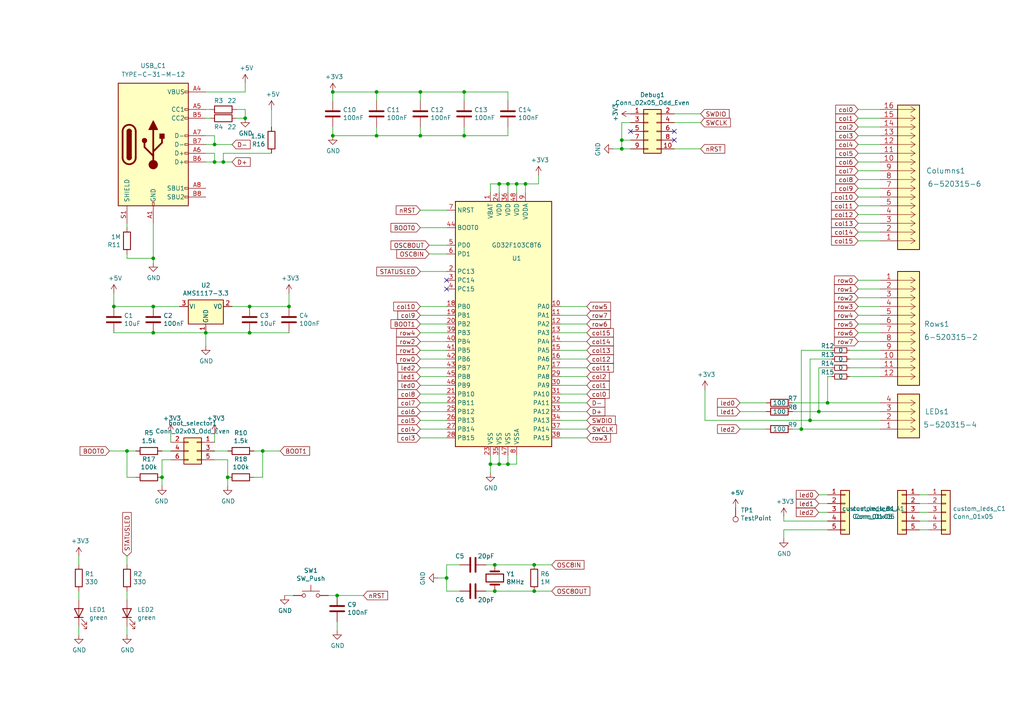
<source format=kicad_sch>
(kicad_sch (version 20211123) (generator eeschema)
  (paper "A4")
  (lib_symbols
    (symbol "Connector:TestPoint" (pin_numbers hide) (pin_names (offset 0.762) hide)
      (property "Reference" "TP" (at 0 6.858 0))
      (property "Value" "TestPoint" (at 0 5.08 0))
      (symbol "TestPoint_1_1"
        (pin passive line (at 0 0 90) (length 2.54) (name "1") (number "1"))
      )
    )
    (symbol "Connector:USB_C_Receptacle_USB2.0" (pin_names (offset 1.016))
      (property "Reference" "J" (at -10.16 19.05 0))
      (property "Value" "USB_C_Receptacle_USB2.0" (at 19.05 19.05 0))
      (symbol "USB_C_Receptacle_USB2.0_1_1"
        (pin passive line (at 0 -22.86 90) (length 5.08) (name "GND") (number "A1"))
        (pin passive line (at 0 -22.86 90) (length 5.08) hide (name "GND") (number "A12"))
        (pin passive line (at 15.24 15.24 180) (length 5.08) (name "VBUS") (number "A4"))
        (pin bidirectional line (at 15.24 10.16 180) (length 5.08) (name "CC1") (number "A5"))
        (pin bidirectional line (at 15.24 -2.54 180) (length 5.08) (name "D+") (number "A6"))
        (pin bidirectional line (at 15.24 2.54 180) (length 5.08) (name "D-") (number "A7"))
        (pin bidirectional line (at 15.24 -12.7 180) (length 5.08) (name "SBU1") (number "A8"))
        (pin passive line (at 15.24 15.24 180) (length 5.08) hide (name "VBUS") (number "A9"))
        (pin passive line (at 0 -22.86 90) (length 5.08) hide (name "GND") (number "B1"))
        (pin passive line (at 0 -22.86 90) (length 5.08) hide (name "GND") (number "B12"))
        (pin passive line (at 15.24 15.24 180) (length 5.08) hide (name "VBUS") (number "B4"))
        (pin bidirectional line (at 15.24 7.62 180) (length 5.08) (name "CC2") (number "B5"))
        (pin bidirectional line (at 15.24 -5.08 180) (length 5.08) (name "D+") (number "B6"))
        (pin bidirectional line (at 15.24 0 180) (length 5.08) (name "D-") (number "B7"))
        (pin bidirectional line (at 15.24 -15.24 180) (length 5.08) (name "SBU2") (number "B8"))
        (pin passive line (at 15.24 15.24 180) (length 5.08) hide (name "VBUS") (number "B9"))
        (pin passive line (at -7.62 -22.86 90) (length 5.08) (name "SHIELD") (number "S1"))
      )
    )
    (symbol "Connector_Generic:Conn_01x05" (pin_names (offset 1.016) hide)
      (property "Reference" "J" (at 0 7.62 0))
      (property "Value" "Conn_01x05" (at 0 -7.62 0))
      (symbol "Conn_01x05_1_1"
        (pin passive line (at -5.08 5.08 0) (length 3.81) (name "Pin_1") (number "1"))
        (pin passive line (at -5.08 2.54 0) (length 3.81) (name "Pin_2") (number "2"))
        (pin passive line (at -5.08 0 0) (length 3.81) (name "Pin_3") (number "3"))
        (pin passive line (at -5.08 -2.54 0) (length 3.81) (name "Pin_4") (number "4"))
        (pin passive line (at -5.08 -5.08 0) (length 3.81) (name "Pin_5") (number "5"))
      )
    )
    (symbol "Connector_Generic:Conn_02x03_Odd_Even" (pin_names (offset 1.016) hide)
      (property "Reference" "J" (at 1.27 5.08 0))
      (property "Value" "Conn_02x03_Odd_Even" (at 1.27 -5.08 0))
      (symbol "Conn_02x03_Odd_Even_1_1"
        (pin passive line (at -5.08 2.54 0) (length 3.81) (name "Pin_1") (number "1"))
        (pin passive line (at 7.62 2.54 180) (length 3.81) (name "Pin_2") (number "2"))
        (pin passive line (at -5.08 0 0) (length 3.81) (name "Pin_3") (number "3"))
        (pin passive line (at 7.62 0 180) (length 3.81) (name "Pin_4") (number "4"))
        (pin passive line (at -5.08 -2.54 0) (length 3.81) (name "Pin_5") (number "5"))
        (pin passive line (at 7.62 -2.54 180) (length 3.81) (name "Pin_6") (number "6"))
      )
    )
    (symbol "Connector_Generic:Conn_02x05_Odd_Even" (pin_names (offset 1.016) hide)
      (property "Reference" "J" (at 1.27 7.62 0))
      (property "Value" "Conn_02x05_Odd_Even" (at 1.27 -7.62 0))
      (symbol "Conn_02x05_Odd_Even_1_1"
        (pin passive line (at -5.08 5.08 0) (length 3.81) (name "Pin_1") (number "1"))
        (pin passive line (at 7.62 -5.08 180) (length 3.81) (name "Pin_10") (number "10"))
        (pin passive line (at 7.62 5.08 180) (length 3.81) (name "Pin_2") (number "2"))
        (pin passive line (at -5.08 2.54 0) (length 3.81) (name "Pin_3") (number "3"))
        (pin passive line (at 7.62 2.54 180) (length 3.81) (name "Pin_4") (number "4"))
        (pin passive line (at -5.08 0 0) (length 3.81) (name "Pin_5") (number "5"))
        (pin passive line (at 7.62 0 180) (length 3.81) (name "Pin_6") (number "6"))
        (pin passive line (at -5.08 -2.54 0) (length 3.81) (name "Pin_7") (number "7"))
        (pin passive line (at 7.62 -2.54 180) (length 3.81) (name "Pin_8") (number "8"))
        (pin passive line (at -5.08 -5.08 0) (length 3.81) (name "Pin_9") (number "9"))
      )
    )
    (symbol "Device:C" (pin_numbers hide) (pin_names (offset 0.254))
      (property "Reference" "C" (at 0.635 2.54 0))
      (property "Value" "C" (at 0.635 -2.54 0))
      (symbol "C_1_1"
        (pin passive line (at 0 3.81 270) (length 2.794) (name "~") (number "1"))
        (pin passive line (at 0 -3.81 90) (length 2.794) (name "~") (number "2"))
      )
    )
    (symbol "Device:Crystal" (pin_numbers hide) (pin_names (offset 1.016) hide)
      (property "Reference" "Y" (at 0 3.81 0))
      (property "Value" "Crystal" (at 0 -3.81 0))
      (symbol "Crystal_1_1"
        (pin passive line (at -3.81 0 0) (length 1.27) (name "1") (number "1"))
        (pin passive line (at 3.81 0 180) (length 1.27) (name "2") (number "2"))
      )
    )
    (symbol "Device:LED" (pin_numbers hide) (pin_names (offset 1.016) hide)
      (property "Reference" "D" (at 0 2.54 0))
      (property "Value" "LED" (at 0 -2.54 0))
      (symbol "LED_1_1"
        (pin passive line (at -3.81 0 0) (length 2.54) (name "K") (number "1"))
        (pin passive line (at 3.81 0 180) (length 2.54) (name "A") (number "2"))
      )
    )
    (symbol "Device:R" (pin_numbers hide) (pin_names (offset 0))
      (property "Reference" "R" (at 2.032 0 90))
      (property "Value" "R" (at 0 0 90))
      (symbol "R_1_1"
        (pin passive line (at 0 3.81 270) (length 1.27) (name "~") (number "1"))
        (pin passive line (at 0 -3.81 90) (length 1.27) (name "~") (number "2"))
      )
    )
    (symbol "Device:R_Small" (pin_numbers hide) (pin_names (offset 0.254) hide)
      (property "Reference" "R" (at 0.762 0.508 0))
      (property "Value" "R_Small" (at 0.762 -1.016 0))
      (symbol "R_Small_1_1"
        (pin passive line (at 0 2.54 270) (length 0.762) (name "~") (number "1"))
        (pin passive line (at 0 -2.54 90) (length 0.762) (name "~") (number "2"))
      )
    )
    (symbol "MCU_ST_STM32F1:STM32F103C8Tx"
      (property "Reference" "U" (at -15.24 36.83 0))
      (property "Value" "STM32F103C8Tx" (at 7.62 36.83 0))
      (symbol "STM32F103C8Tx_1_1"
        (pin power_in line (at -5.08 38.1 270) (length 2.54) (name "VBAT") (number "1"))
        (pin bidirectional line (at 15.24 5.08 180) (length 2.54) (name "PA0") (number "10"))
        (pin bidirectional line (at 15.24 2.54 180) (length 2.54) (name "PA1") (number "11"))
        (pin bidirectional line (at 15.24 0 180) (length 2.54) (name "PA2") (number "12"))
        (pin bidirectional line (at 15.24 -2.54 180) (length 2.54) (name "PA3") (number "13"))
        (pin bidirectional line (at 15.24 -5.08 180) (length 2.54) (name "PA4") (number "14"))
        (pin bidirectional line (at 15.24 -7.62 180) (length 2.54) (name "PA5") (number "15"))
        (pin bidirectional line (at 15.24 -10.16 180) (length 2.54) (name "PA6") (number "16"))
        (pin bidirectional line (at 15.24 -12.7 180) (length 2.54) (name "PA7") (number "17"))
        (pin bidirectional line (at -17.78 5.08 0) (length 2.54) (name "PB0") (number "18"))
        (pin bidirectional line (at -17.78 2.54 0) (length 2.54) (name "PB1") (number "19"))
        (pin bidirectional line (at -17.78 15.24 0) (length 2.54) (name "PC13") (number "2"))
        (pin bidirectional line (at -17.78 0 0) (length 2.54) (name "PB2") (number "20"))
        (pin bidirectional line (at -17.78 -20.32 0) (length 2.54) (name "PB10") (number "21"))
        (pin bidirectional line (at -17.78 -22.86 0) (length 2.54) (name "PB11") (number "22"))
        (pin power_in line (at -5.08 -38.1 90) (length 2.54) (name "VSS") (number "23"))
        (pin power_in line (at -2.54 38.1 270) (length 2.54) (name "VDD") (number "24"))
        (pin bidirectional line (at -17.78 -25.4 0) (length 2.54) (name "PB12") (number "25"))
        (pin bidirectional line (at -17.78 -27.94 0) (length 2.54) (name "PB13") (number "26"))
        (pin bidirectional line (at -17.78 -30.48 0) (length 2.54) (name "PB14") (number "27"))
        (pin bidirectional line (at -17.78 -33.02 0) (length 2.54) (name "PB15") (number "28"))
        (pin bidirectional line (at 15.24 -15.24 180) (length 2.54) (name "PA8") (number "29"))
        (pin bidirectional line (at -17.78 12.7 0) (length 2.54) (name "PC14") (number "3"))
        (pin bidirectional line (at 15.24 -17.78 180) (length 2.54) (name "PA9") (number "30"))
        (pin bidirectional line (at 15.24 -20.32 180) (length 2.54) (name "PA10") (number "31"))
        (pin bidirectional line (at 15.24 -22.86 180) (length 2.54) (name "PA11") (number "32"))
        (pin bidirectional line (at 15.24 -25.4 180) (length 2.54) (name "PA12") (number "33"))
        (pin bidirectional line (at 15.24 -27.94 180) (length 2.54) (name "PA13") (number "34"))
        (pin power_in line (at -2.54 -38.1 90) (length 2.54) (name "VSS") (number "35"))
        (pin power_in line (at 0 38.1 270) (length 2.54) (name "VDD") (number "36"))
        (pin bidirectional line (at 15.24 -30.48 180) (length 2.54) (name "PA14") (number "37"))
        (pin bidirectional line (at 15.24 -33.02 180) (length 2.54) (name "PA15") (number "38"))
        (pin bidirectional line (at -17.78 -2.54 0) (length 2.54) (name "PB3") (number "39"))
        (pin bidirectional line (at -17.78 10.16 0) (length 2.54) (name "PC15") (number "4"))
        (pin bidirectional line (at -17.78 -5.08 0) (length 2.54) (name "PB4") (number "40"))
        (pin bidirectional line (at -17.78 -7.62 0) (length 2.54) (name "PB5") (number "41"))
        (pin bidirectional line (at -17.78 -10.16 0) (length 2.54) (name "PB6") (number "42"))
        (pin bidirectional line (at -17.78 -12.7 0) (length 2.54) (name "PB7") (number "43"))
        (pin input line (at -17.78 27.94 0) (length 2.54) (name "BOOT0") (number "44"))
        (pin bidirectional line (at -17.78 -15.24 0) (length 2.54) (name "PB8") (number "45"))
        (pin bidirectional line (at -17.78 -17.78 0) (length 2.54) (name "PB9") (number "46"))
        (pin power_in line (at 0 -38.1 90) (length 2.54) (name "VSS") (number "47"))
        (pin power_in line (at 2.54 38.1 270) (length 2.54) (name "VDD") (number "48"))
        (pin input line (at -17.78 22.86 0) (length 2.54) (name "PD0") (number "5"))
        (pin input line (at -17.78 20.32 0) (length 2.54) (name "PD1") (number "6"))
        (pin input line (at -17.78 33.02 0) (length 2.54) (name "NRST") (number "7"))
        (pin power_in line (at 2.54 -38.1 90) (length 2.54) (name "VSSA") (number "8"))
        (pin power_in line (at 5.08 38.1 270) (length 2.54) (name "VDDA") (number "9"))
      )
    )
    (symbol "Regulator_Linear:AMS1117-3.3" (pin_names (offset 0.254))
      (property "Reference" "U" (at -3.81 3.175 0))
      (property "Value" "AMS1117-3.3" (at 0 3.175 0))
      (symbol "AMS1117-3.3_1_1"
        (pin power_in line (at 0 -7.62 90) (length 2.54) (name "GND") (number "1"))
        (pin power_out line (at 7.62 0 180) (length 2.54) (name "VO") (number "2"))
        (pin power_in line (at -7.62 0 0) (length 2.54) (name "VI") (number "3"))
      )
    )
    (symbol "Switch:SW_Push" (pin_numbers hide) (pin_names (offset 1.016) hide)
      (property "Reference" "SW" (at 1.27 2.54 0))
      (property "Value" "SW_Push" (at 0 -1.524 0))
      (symbol "SW_Push_0_1"
        (pin passive line (at -5.08 0 0) (length 2.54) (name "1") (number "1"))
        (pin passive line (at 5.08 0 180) (length 2.54) (name "2") (number "2"))
      )
    )
    (symbol "TE-5-520315-4:5-520315-4" (pin_names (offset 0.254) hide)
      (property "Reference" "J" (at 8.89 6.35 0))
      (property "Value" "5-520315-4" (at 8.89 -12.7 0))
      (symbol "5-520315-4_1_1"
        (pin unspecified line (at 0 0 0) (length 5.08) (name "1") (number "1"))
        (pin unspecified line (at 0 -2.54 0) (length 5.08) (name "2") (number "2"))
        (pin unspecified line (at 0 -5.08 0) (length 5.08) (name "3") (number "3"))
        (pin unspecified line (at 0 -7.62 0) (length 5.08) (name "4") (number "4"))
      )
    )
    (symbol "TE-6-520315-2:6-520315-2" (pin_names (offset 0.254) hide)
      (property "Reference" "J" (at 7.62 6.35 0))
      (property "Value" "6-520315-2" (at 8.89 -33.02 0))
      (symbol "6-520315-2_1_1"
        (pin unspecified line (at 0 0 0) (length 5.08) (name "1") (number "1"))
        (pin unspecified line (at 0 -22.86 0) (length 5.08) (name "10") (number "10"))
        (pin unspecified line (at 0 -25.4 0) (length 5.08) (name "11") (number "11"))
        (pin unspecified line (at 0 -27.94 0) (length 5.08) (name "12") (number "12"))
        (pin unspecified line (at 0 -2.54 0) (length 5.08) (name "2") (number "2"))
        (pin unspecified line (at 0 -5.08 0) (length 5.08) (name "3") (number "3"))
        (pin unspecified line (at 0 -7.62 0) (length 5.08) (name "4") (number "4"))
        (pin unspecified line (at 0 -10.16 0) (length 5.08) (name "5") (number "5"))
        (pin unspecified line (at 0 -12.7 0) (length 5.08) (name "6") (number "6"))
        (pin unspecified line (at 0 -15.24 0) (length 5.08) (name "7") (number "7"))
        (pin unspecified line (at 0 -17.78 0) (length 5.08) (name "8") (number "8"))
        (pin unspecified line (at 0 -20.32 0) (length 5.08) (name "9") (number "9"))
      )
    )
    (symbol "TE-6-520315-6:6-520315-6" (pin_names (offset 0.254) hide)
      (property "Reference" "J" (at 7.62 6.35 0))
      (property "Value" "6-520315-6" (at 8.89 -43.18 0))
      (symbol "6-520315-6_1_1"
        (pin unspecified line (at 0 0 0) (length 5.08) (name "1") (number "1"))
        (pin unspecified line (at 0 -22.86 0) (length 5.08) (name "10") (number "10"))
        (pin unspecified line (at 0 -25.4 0) (length 5.08) (name "11") (number "11"))
        (pin unspecified line (at 0 -27.94 0) (length 5.08) (name "12") (number "12"))
        (pin unspecified line (at 0 -30.48 0) (length 5.08) (name "13") (number "13"))
        (pin unspecified line (at 0 -33.02 0) (length 5.08) (name "14") (number "14"))
        (pin unspecified line (at 0 -35.56 0) (length 5.08) (name "15") (number "15"))
        (pin unspecified line (at 0 -38.1 0) (length 5.08) (name "16") (number "16"))
        (pin unspecified line (at 0 -2.54 0) (length 5.08) (name "2") (number "2"))
        (pin unspecified line (at 0 -5.08 0) (length 5.08) (name "3") (number "3"))
        (pin unspecified line (at 0 -7.62 0) (length 5.08) (name "4") (number "4"))
        (pin unspecified line (at 0 -10.16 0) (length 5.08) (name "5") (number "5"))
        (pin unspecified line (at 0 -12.7 0) (length 5.08) (name "6") (number "6"))
        (pin unspecified line (at 0 -15.24 0) (length 5.08) (name "7") (number "7"))
        (pin unspecified line (at 0 -17.78 0) (length 5.08) (name "8") (number "8"))
        (pin unspecified line (at 0 -20.32 0) (length 5.08) (name "9") (number "9"))
      )
    )
    (symbol "power:+3.3V" (power) (pin_names (offset 0))
      (property "Value" "+3.3V" (at 0 3.556 0))
      (symbol "+3.3V_1_1"
        (pin power_in line (at 0 0 90) (length 0) hide (name "+3V3") (number "1"))
      )
    )
    (symbol "power:+5V" (power) (pin_names (offset 0))
      (property "Value" "+5V" (at 0 3.556 0))
      (symbol "+5V_1_1"
        (pin power_in line (at 0 0 90) (length 0) hide (name "+5V") (number "1"))
      )
    )
    (symbol "power:GND" (power) (pin_names (offset 0))
      (property "Value" "GND" (at 0 -3.81 0))
      (symbol "GND_1_1"
        (pin power_in line (at 0 0 270) (length 0) hide (name "GND") (number "1"))
      )
    )
  )
  (junction (at 240.03 116.84))
  (junction (at 232.41 124.46))
  (junction (at 44.45 74.93))
  (junction (at 109.22 26.67))
  (junction (at 62.23 46.99))
  (junction (at 142.24 134.62))
  (junction (at 144.78 53.34))
  (junction (at 44.45 96.52))
  (junction (at 96.52 26.67))
  (junction (at 72.39 88.9))
  (junction (at 134.62 39.37))
  (junction (at 237.49 119.38))
  (junction (at 83.82 88.9))
  (junction (at 46.99 138.43))
  (junction (at 62.23 41.91))
  (junction (at 129.54 167.64))
  (junction (at 59.69 96.52))
  (junction (at 147.32 53.34))
  (junction (at 180.34 40.64))
  (junction (at 72.39 96.52))
  (junction (at 44.45 88.9))
  (junction (at 143.51 171.45))
  (junction (at 121.92 39.37))
  (junction (at 64.77 46.99))
  (junction (at 180.34 43.18))
  (junction (at 71.12 34.29))
  (junction (at 149.86 53.34))
  (junction (at 152.4 53.34))
  (junction (at 147.32 134.62))
  (junction (at 36.83 130.81))
  (junction (at 154.94 171.45))
  (junction (at 121.92 26.67))
  (junction (at 234.95 121.92))
  (junction (at 76.2 130.81))
  (junction (at 109.22 39.37))
  (junction (at 96.52 39.37))
  (junction (at 154.94 163.83))
  (junction (at 33.02 88.9))
  (junction (at 143.51 163.83))
  (junction (at 66.04 138.43))
  (junction (at 134.62 26.67))
  (junction (at 97.79 172.72))
  (junction (at 144.78 134.62))
  (no_connect (at 195.58 40.64))
  (no_connect (at 182.88 38.1))
  (no_connect (at 195.58 38.1))
  (no_connect (at 129.54 83.82))
  (no_connect (at 129.54 81.28))
  (wire (pts (xy 227.33 151.13) (xy 240.03 151.13)))
  (wire (pts (xy 255.27 31.75) (xy 248.92 31.75)))
  (wire (pts (xy 52.07 88.9) (xy 44.45 88.9)))
  (wire (pts (xy 144.78 132.08) (xy 144.78 134.62)))
  (wire (pts (xy 246.38 109.22) (xy 255.27 109.22)))
  (wire (pts (xy 241.3 101.6) (xy 232.41 101.6)))
  (wire (pts (xy 240.03 109.22) (xy 240.03 116.84)))
  (wire (pts (xy 182.88 43.18) (xy 180.34 43.18)))
  (wire (pts (xy 195.58 33.02) (xy 203.2 33.02)))
  (wire (pts (xy 36.83 138.43) (xy 36.83 130.81)))
  (wire (pts (xy 71.12 26.67) (xy 71.12 24.13)))
  (wire (pts (xy 96.52 26.67) (xy 96.52 29.21)))
  (wire (pts (xy 248.92 39.37) (xy 255.27 39.37)))
  (wire (pts (xy 22.86 173.99) (xy 22.86 171.45)))
  (wire (pts (xy 170.18 124.46) (xy 162.56 124.46)))
  (wire (pts (xy 147.32 134.62) (xy 144.78 134.62)))
  (wire (pts (xy 49.53 128.27) (xy 49.53 125.73)))
  (wire (pts (xy 129.54 171.45) (xy 133.35 171.45)))
  (wire (pts (xy 246.38 106.68) (xy 255.27 106.68)))
  (wire (pts (xy 46.99 133.35) (xy 49.53 133.35)))
  (wire (pts (xy 248.92 81.28) (xy 255.27 81.28)))
  (wire (pts (xy 22.86 184.15) (xy 22.86 181.61)))
  (wire (pts (xy 64.77 46.99) (xy 67.31 46.99)))
  (wire (pts (xy 67.31 88.9) (xy 72.39 88.9)))
  (wire (pts (xy 160.02 163.83) (xy 154.94 163.83)))
  (wire (pts (xy 144.78 134.62) (xy 142.24 134.62)))
  (wire (pts (xy 96.52 39.37) (xy 96.52 36.83)))
  (wire (pts (xy 170.18 91.44) (xy 162.56 91.44)))
  (wire (pts (xy 121.92 116.84) (xy 129.54 116.84)))
  (wire (pts (xy 68.58 34.29) (xy 71.12 34.29)))
  (wire (pts (xy 170.18 111.76) (xy 162.56 111.76)))
  (wire (pts (xy 121.92 36.83) (xy 121.92 39.37)))
  (wire (pts (xy 229.87 124.46) (xy 232.41 124.46)))
  (wire (pts (xy 109.22 26.67) (xy 96.52 26.67)))
  (wire (pts (xy 46.99 138.43) (xy 46.99 133.35)))
  (wire (pts (xy 36.83 184.15) (xy 36.83 181.61)))
  (wire (pts (xy 248.92 69.85) (xy 255.27 69.85)))
  (wire (pts (xy 68.58 31.75) (xy 71.12 31.75)))
  (wire (pts (xy 182.88 35.56) (xy 180.34 35.56)))
  (wire (pts (xy 156.21 53.34) (xy 156.21 50.8)))
  (wire (pts (xy 214.63 116.84) (xy 222.25 116.84)))
  (wire (pts (xy 269.24 151.13) (xy 266.7 151.13)))
  (wire (pts (xy 144.78 55.88) (xy 144.78 53.34)))
  (wire (pts (xy 62.23 39.37) (xy 59.69 39.37)))
  (wire (pts (xy 127 167.64) (xy 129.54 167.64)))
  (wire (pts (xy 124.46 73.66) (xy 129.54 73.66)))
  (wire (pts (xy 142.24 134.62) (xy 142.24 137.16)))
  (wire (pts (xy 147.32 26.67) (xy 134.62 26.67)))
  (wire (pts (xy 59.69 26.67) (xy 71.12 26.67)))
  (wire (pts (xy 64.77 44.45) (xy 64.77 46.99)))
  (wire (pts (xy 72.39 88.9) (xy 83.82 88.9)))
  (wire (pts (xy 160.02 171.45) (xy 154.94 171.45)))
  (wire (pts (xy 62.23 44.45) (xy 62.23 46.99)))
  (wire (pts (xy 83.82 96.52) (xy 72.39 96.52)))
  (wire (pts (xy 129.54 60.96) (xy 121.92 60.96)))
  (wire (pts (xy 134.62 36.83) (xy 134.62 39.37)))
  (wire (pts (xy 129.54 66.04) (xy 121.92 66.04)))
  (wire (pts (xy 248.92 88.9) (xy 255.27 88.9)))
  (wire (pts (xy 85.09 172.72) (xy 82.55 172.72)))
  (wire (pts (xy 154.94 163.83) (xy 143.51 163.83)))
  (wire (pts (xy 248.92 44.45) (xy 255.27 44.45)))
  (wire (pts (xy 180.34 43.18) (xy 177.8 43.18)))
  (wire (pts (xy 229.87 116.84) (xy 240.03 116.84)))
  (wire (pts (xy 59.69 100.33) (xy 59.69 96.52)))
  (wire (pts (xy 204.47 121.92) (xy 234.95 121.92)))
  (wire (pts (xy 162.56 121.92) (xy 170.18 121.92)))
  (wire (pts (xy 62.23 133.35) (xy 66.04 133.35)))
  (wire (pts (xy 36.83 163.83) (xy 36.83 161.29)))
  (wire (pts (xy 222.25 119.38) (xy 214.63 119.38)))
  (wire (pts (xy 124.46 71.12) (xy 129.54 71.12)))
  (wire (pts (xy 232.41 124.46) (xy 255.27 124.46)))
  (wire (pts (xy 152.4 55.88) (xy 152.4 53.34)))
  (wire (pts (xy 44.45 74.93) (xy 44.45 76.2)))
  (wire (pts (xy 152.4 53.34) (xy 156.21 53.34)))
  (wire (pts (xy 36.83 73.66) (xy 36.83 74.93)))
  (wire (pts (xy 97.79 172.72) (xy 95.25 172.72)))
  (wire (pts (xy 246.38 104.14) (xy 255.27 104.14)))
  (wire (pts (xy 140.97 163.83) (xy 143.51 163.83)))
  (wire (pts (xy 269.24 143.51) (xy 266.7 143.51)))
  (wire (pts (xy 129.54 124.46) (xy 121.92 124.46)))
  (wire (pts (xy 59.69 31.75) (xy 60.96 31.75)))
  (wire (pts (xy 121.92 101.6) (xy 129.54 101.6)))
  (wire (pts (xy 266.7 148.59) (xy 269.24 148.59)))
  (wire (pts (xy 62.23 41.91) (xy 67.31 41.91)))
  (wire (pts (xy 129.54 104.14) (xy 121.92 104.14)))
  (wire (pts (xy 134.62 39.37) (xy 121.92 39.37)))
  (wire (pts (xy 227.33 153.67) (xy 240.03 153.67)))
  (wire (pts (xy 129.54 109.22) (xy 121.92 109.22)))
  (wire (pts (xy 241.3 104.14) (xy 234.95 104.14)))
  (wire (pts (xy 97.79 182.88) (xy 97.79 180.34)))
  (wire (pts (xy 36.83 74.93) (xy 44.45 74.93)))
  (wire (pts (xy 170.18 101.6) (xy 162.56 101.6)))
  (wire (pts (xy 22.86 163.83) (xy 22.86 161.29)))
  (wire (pts (xy 62.23 130.81) (xy 66.04 130.81)))
  (wire (pts (xy 234.95 121.92) (xy 255.27 121.92)))
  (wire (pts (xy 154.94 171.45) (xy 143.51 171.45)))
  (wire (pts (xy 240.03 146.05) (xy 237.49 146.05)))
  (wire (pts (xy 182.88 40.64) (xy 180.34 40.64)))
  (wire (pts (xy 129.54 167.64) (xy 129.54 171.45)))
  (wire (pts (xy 59.69 44.45) (xy 62.23 44.45)))
  (wire (pts (xy 170.18 116.84) (xy 162.56 116.84)))
  (wire (pts (xy 255.27 52.07) (xy 248.92 52.07)))
  (wire (pts (xy 129.54 96.52) (xy 121.92 96.52)))
  (wire (pts (xy 147.32 53.34) (xy 149.86 53.34)))
  (wire (pts (xy 248.92 91.44) (xy 255.27 91.44)))
  (wire (pts (xy 71.12 31.75) (xy 71.12 34.29)))
  (wire (pts (xy 121.92 91.44) (xy 129.54 91.44)))
  (wire (pts (xy 66.04 140.97) (xy 66.04 138.43)))
  (wire (pts (xy 121.92 39.37) (xy 109.22 39.37)))
  (wire (pts (xy 39.37 138.43) (xy 36.83 138.43)))
  (wire (pts (xy 129.54 99.06) (xy 121.92 99.06)))
  (wire (pts (xy 121.92 106.68) (xy 129.54 106.68)))
  (wire (pts (xy 66.04 133.35) (xy 66.04 138.43)))
  (wire (pts (xy 59.69 96.52) (xy 72.39 96.52)))
  (wire (pts (xy 39.37 130.81) (xy 36.83 130.81)))
  (wire (pts (xy 214.63 124.46) (xy 222.25 124.46)))
  (wire (pts (xy 129.54 114.3) (xy 121.92 114.3)))
  (wire (pts (xy 147.32 39.37) (xy 134.62 39.37)))
  (wire (pts (xy 121.92 121.92) (xy 129.54 121.92)))
  (wire (pts (xy 59.69 41.91) (xy 62.23 41.91)))
  (wire (pts (xy 227.33 151.13) (xy 227.33 149.86)))
  (wire (pts (xy 109.22 36.83) (xy 109.22 39.37)))
  (wire (pts (xy 255.27 57.15) (xy 248.92 57.15)))
  (wire (pts (xy 234.95 104.14) (xy 234.95 121.92)))
  (wire (pts (xy 248.92 86.36) (xy 255.27 86.36)))
  (wire (pts (xy 170.18 88.9) (xy 162.56 88.9)))
  (wire (pts (xy 133.35 163.83) (xy 129.54 163.83)))
  (wire (pts (xy 248.92 34.29) (xy 255.27 34.29)))
  (wire (pts (xy 62.23 39.37) (xy 62.23 41.91)))
  (wire (pts (xy 149.86 132.08) (xy 149.86 134.62)))
  (wire (pts (xy 180.34 35.56) (xy 180.34 40.64)))
  (wire (pts (xy 241.3 109.22) (xy 240.03 109.22)))
  (wire (pts (xy 142.24 53.34) (xy 144.78 53.34)))
  (wire (pts (xy 144.78 53.34) (xy 147.32 53.34)))
  (wire (pts (xy 195.58 43.18) (xy 203.2 43.18)))
  (wire (pts (xy 246.38 101.6) (xy 255.27 101.6)))
  (wire (pts (xy 121.92 127) (xy 129.54 127)))
  (wire (pts (xy 241.3 106.68) (xy 237.49 106.68)))
  (wire (pts (xy 36.83 64.77) (xy 36.83 66.04)))
  (wire (pts (xy 59.69 96.52) (xy 44.45 96.52)))
  (wire (pts (xy 142.24 132.08) (xy 142.24 134.62)))
  (wire (pts (xy 248.92 93.98) (xy 255.27 93.98)))
  (wire (pts (xy 109.22 39.37) (xy 96.52 39.37)))
  (wire (pts (xy 240.03 143.51) (xy 237.49 143.51)))
  (wire (pts (xy 36.83 173.99) (xy 36.83 171.45)))
  (wire (pts (xy 129.54 119.38) (xy 121.92 119.38)))
  (wire (pts (xy 129.54 88.9) (xy 121.92 88.9)))
  (wire (pts (xy 204.47 113.03) (xy 204.47 121.92)))
  (wire (pts (xy 237.49 148.59) (xy 240.03 148.59)))
  (wire (pts (xy 78.74 31.75) (xy 78.74 36.83)))
  (wire (pts (xy 248.92 49.53) (xy 255.27 49.53)))
  (wire (pts (xy 203.2 35.56) (xy 195.58 35.56)))
  (wire (pts (xy 147.32 132.08) (xy 147.32 134.62)))
  (wire (pts (xy 73.66 130.81) (xy 76.2 130.81)))
  (wire (pts (xy 149.86 55.88) (xy 149.86 53.34)))
  (wire (pts (xy 162.56 93.98) (xy 170.18 93.98)))
  (wire (pts (xy 44.45 96.52) (xy 33.02 96.52)))
  (wire (pts (xy 162.56 109.22) (xy 170.18 109.22)))
  (wire (pts (xy 232.41 101.6) (xy 232.41 124.46)))
  (wire (pts (xy 147.32 36.83) (xy 147.32 39.37)))
  (wire (pts (xy 129.54 78.74) (xy 121.92 78.74)))
  (wire (pts (xy 237.49 119.38) (xy 255.27 119.38)))
  (wire (pts (xy 170.18 96.52) (xy 162.56 96.52)))
  (wire (pts (xy 109.22 26.67) (xy 109.22 29.21)))
  (wire (pts (xy 229.87 119.38) (xy 237.49 119.38)))
  (wire (pts (xy 170.18 127) (xy 162.56 127)))
  (wire (pts (xy 59.69 34.29) (xy 60.96 34.29)))
  (wire (pts (xy 248.92 54.61) (xy 255.27 54.61)))
  (wire (pts (xy 162.56 119.38) (xy 170.18 119.38)))
  (wire (pts (xy 255.27 46.99) (xy 248.92 46.99)))
  (wire (pts (xy 105.41 172.72) (xy 97.79 172.72)))
  (wire (pts (xy 255.27 36.83) (xy 248.92 36.83)))
  (wire (pts (xy 240.03 116.84) (xy 255.27 116.84)))
  (wire (pts (xy 227.33 153.67) (xy 227.33 156.21)))
  (wire (pts (xy 36.83 130.81) (xy 31.75 130.81)))
  (wire (pts (xy 134.62 26.67) (xy 121.92 26.67)))
  (wire (pts (xy 33.02 88.9) (xy 44.45 88.9)))
  (wire (pts (xy 149.86 53.34) (xy 152.4 53.34)))
  (wire (pts (xy 237.49 106.68) (xy 237.49 119.38)))
  (wire (pts (xy 162.56 114.3) (xy 170.18 114.3)))
  (wire (pts (xy 170.18 106.68) (xy 162.56 106.68)))
  (wire (pts (xy 269.24 153.67) (xy 266.7 153.67)))
  (wire (pts (xy 33.02 88.9) (xy 33.02 85.09)))
  (wire (pts (xy 142.24 55.88) (xy 142.24 53.34)))
  (wire (pts (xy 83.82 88.9) (xy 83.82 85.09)))
  (wire (pts (xy 134.62 29.21) (xy 134.62 26.67)))
  (wire (pts (xy 180.34 40.64) (xy 180.34 43.18)))
  (wire (pts (xy 248.92 64.77) (xy 255.27 64.77)))
  (wire (pts (xy 121.92 29.21) (xy 121.92 26.67)))
  (wire (pts (xy 62.23 46.99) (xy 59.69 46.99)))
  (wire (pts (xy 121.92 26.67) (xy 109.22 26.67)))
  (wire (pts (xy 248.92 96.52) (xy 255.27 96.52)))
  (wire (pts (xy 162.56 99.06) (xy 170.18 99.06)))
  (wire (pts (xy 129.54 163.83) (xy 129.54 167.64)))
  (wire (pts (xy 248.92 99.06) (xy 255.27 99.06)))
  (wire (pts (xy 248.92 83.82) (xy 255.27 83.82)))
  (wire (pts (xy 149.86 134.62) (xy 147.32 134.62)))
  (wire (pts (xy 129.54 93.98) (xy 121.92 93.98)))
  (wire (pts (xy 62.23 128.27) (xy 62.23 125.73)))
  (wire (pts (xy 44.45 64.77) (xy 44.45 74.93)))
  (wire (pts (xy 269.24 146.05) (xy 266.7 146.05)))
  (wire (pts (xy 62.23 46.99) (xy 64.77 46.99)))
  (wire (pts (xy 78.74 44.45) (xy 64.77 44.45)))
  (wire (pts (xy 255.27 41.91) (xy 248.92 41.91)))
  (wire (pts (xy 162.56 104.14) (xy 170.18 104.14)))
  (wire (pts (xy 73.66 138.43) (xy 76.2 138.43)))
  (wire (pts (xy 76.2 130.81) (xy 81.28 130.81)))
  (wire (pts (xy 121.92 111.76) (xy 129.54 111.76)))
  (wire (pts (xy 147.32 55.88) (xy 147.32 53.34)))
  (wire (pts (xy 255.27 62.23) (xy 248.92 62.23)))
  (wire (pts (xy 248.92 59.69) (xy 255.27 59.69)))
  (wire (pts (xy 140.97 171.45) (xy 143.51 171.45)))
  (wire (pts (xy 76.2 138.43) (xy 76.2 130.81)))
  (wire (pts (xy 49.53 130.81) (xy 46.99 130.81)))
  (wire (pts (xy 46.99 140.97) (xy 46.99 138.43)))
  (wire (pts (xy 255.27 67.31) (xy 248.92 67.31)))
  (wire (pts (xy 147.32 29.21) (xy 147.32 26.67)))
  (global_label "col9" (shape input) (at 248.92 54.61 180) (property "Intersheet References" "${INTERSHEET_REFS}" (effects hide)))
  (global_label "col4" (shape input) (at 121.92 124.46 180) (property "Intersheet References" "${INTERSHEET_REFS}" (effects hide)))
  (global_label "nRST" (shape input) (at 105.41 172.72 0) (property "Intersheet References" "${INTERSHEET_REFS}" (effects hide)))
  (global_label "D+" (shape input) (at 170.18 119.38 0) (property "Intersheet References" "${INTERSHEET_REFS}" (effects hide)))
  (global_label "row6" (shape input) (at 170.18 93.98 0) (property "Intersheet References" "${INTERSHEET_REFS}" (effects hide)))
  (global_label "OSC8IN" (shape input) (at 160.02 163.83 0) (property "Intersheet References" "${INTERSHEET_REFS}" (effects hide)))
  (global_label "led0" (shape input) (at 214.63 116.84 180) (property "Intersheet References" "${INTERSHEET_REFS}" (effects hide)))
  (global_label "col9" (shape input) (at 121.92 91.44 180) (property "Intersheet References" "${INTERSHEET_REFS}" (effects hide)))
  (global_label "row4" (shape input) (at 248.92 91.44 180) (property "Intersheet References" "${INTERSHEET_REFS}" (effects hide)))
  (global_label "col3" (shape input) (at 121.92 127 180) (property "Intersheet References" "${INTERSHEET_REFS}" (effects hide)))
  (global_label "col14" (shape input) (at 248.92 67.31 180) (property "Intersheet References" "${INTERSHEET_REFS}" (effects hide)))
  (global_label "col3" (shape input) (at 248.92 39.37 180) (property "Intersheet References" "${INTERSHEET_REFS}" (effects hide)))
  (global_label "led2" (shape input) (at 121.92 106.68 180) (property "Intersheet References" "${INTERSHEET_REFS}" (effects hide)))
  (global_label "col10" (shape input) (at 248.92 57.15 180) (property "Intersheet References" "${INTERSHEET_REFS}" (effects hide)))
  (global_label "col8" (shape input) (at 248.92 52.07 180) (property "Intersheet References" "${INTERSHEET_REFS}" (effects hide)))
  (global_label "col6" (shape input) (at 121.92 119.38 180) (property "Intersheet References" "${INTERSHEET_REFS}" (effects hide)))
  (global_label "col15" (shape input) (at 170.18 96.52 0) (property "Intersheet References" "${INTERSHEET_REFS}" (effects hide)))
  (global_label "OSC8OUT" (shape input) (at 124.46 71.12 180) (property "Intersheet References" "${INTERSHEET_REFS}" (effects hide)))
  (global_label "col2" (shape input) (at 248.92 36.83 180) (property "Intersheet References" "${INTERSHEET_REFS}" (effects hide)))
  (global_label "col10" (shape input) (at 121.92 88.9 180) (property "Intersheet References" "${INTERSHEET_REFS}" (effects hide)))
  (global_label "col12" (shape input) (at 248.92 62.23 180) (property "Intersheet References" "${INTERSHEET_REFS}" (effects hide)))
  (global_label "row1" (shape input) (at 121.92 101.6 180) (property "Intersheet References" "${INTERSHEET_REFS}" (effects hide)))
  (global_label "row0" (shape input) (at 121.92 104.14 180) (property "Intersheet References" "${INTERSHEET_REFS}" (effects hide)))
  (global_label "D+" (shape input) (at 67.31 46.99 0) (property "Intersheet References" "${INTERSHEET_REFS}" (effects hide)))
  (global_label "BOOT0" (shape input) (at 121.92 66.04 180) (property "Intersheet References" "${INTERSHEET_REFS}" (effects hide)))
  (global_label "BOOT0" (shape input) (at 31.75 130.81 180) (property "Intersheet References" "${INTERSHEET_REFS}" (effects hide)))
  (global_label "row4" (shape input) (at 121.92 96.52 180) (property "Intersheet References" "${INTERSHEET_REFS}" (effects hide)))
  (global_label "col11" (shape input) (at 248.92 59.69 180) (property "Intersheet References" "${INTERSHEET_REFS}" (effects hide)))
  (global_label "nRST" (shape input) (at 203.2 43.18 0) (property "Intersheet References" "${INTERSHEET_REFS}" (effects hide)))
  (global_label "col8" (shape input) (at 121.92 114.3 180) (property "Intersheet References" "${INTERSHEET_REFS}" (effects hide)))
  (global_label "led2" (shape input) (at 237.49 148.59 180) (property "Intersheet References" "${INTERSHEET_REFS}" (effects hide)))
  (global_label "col7" (shape input) (at 121.92 116.84 180) (property "Intersheet References" "${INTERSHEET_REFS}" (effects hide)))
  (global_label "BOOT1" (shape input) (at 81.28 130.81 0) (property "Intersheet References" "${INTERSHEET_REFS}" (effects hide)))
  (global_label "led1" (shape input) (at 237.49 146.05 180) (property "Intersheet References" "${INTERSHEET_REFS}" (effects hide)))
  (global_label "D-" (shape input) (at 170.18 116.84 0) (property "Intersheet References" "${INTERSHEET_REFS}" (effects hide)))
  (global_label "col2" (shape input) (at 170.18 109.22 0) (property "Intersheet References" "${INTERSHEET_REFS}" (effects hide)))
  (global_label "col11" (shape input) (at 170.18 106.68 0) (property "Intersheet References" "${INTERSHEET_REFS}" (effects hide)))
  (global_label "led1" (shape input) (at 214.63 119.38 180) (property "Intersheet References" "${INTERSHEET_REFS}" (effects hide)))
  (global_label "OSC8IN" (shape input) (at 124.46 73.66 180) (property "Intersheet References" "${INTERSHEET_REFS}" (effects hide)))
  (global_label "STATUSLED" (shape input) (at 121.92 78.74 180) (property "Intersheet References" "${INTERSHEET_REFS}" (effects hide)))
  (global_label "col0" (shape input) (at 248.92 31.75 180) (property "Intersheet References" "${INTERSHEET_REFS}" (effects hide)))
  (global_label "row5" (shape input) (at 248.92 93.98 180) (property "Intersheet References" "${INTERSHEET_REFS}" (effects hide)))
  (global_label "col4" (shape input) (at 248.92 41.91 180) (property "Intersheet References" "${INTERSHEET_REFS}" (effects hide)))
  (global_label "col13" (shape input) (at 170.18 101.6 0) (property "Intersheet References" "${INTERSHEET_REFS}" (effects hide)))
  (global_label "row3" (shape input) (at 248.92 88.9 180) (property "Intersheet References" "${INTERSHEET_REFS}" (effects hide)))
  (global_label "col15" (shape input) (at 248.92 69.85 180) (property "Intersheet References" "${INTERSHEET_REFS}" (effects hide)))
  (global_label "row3" (shape input) (at 170.18 127 0) (property "Intersheet References" "${INTERSHEET_REFS}" (effects hide)))
  (global_label "col5" (shape input) (at 248.92 44.45 180) (property "Intersheet References" "${INTERSHEET_REFS}" (effects hide)))
  (global_label "row1" (shape input) (at 248.92 83.82 180) (property "Intersheet References" "${INTERSHEET_REFS}" (effects hide)))
  (global_label "led0" (shape input) (at 121.92 111.76 180) (property "Intersheet References" "${INTERSHEET_REFS}" (effects hide)))
  (global_label "col13" (shape input) (at 248.92 64.77 180) (property "Intersheet References" "${INTERSHEET_REFS}" (effects hide)))
  (global_label "OSC8OUT" (shape input) (at 160.02 171.45 0) (property "Intersheet References" "${INTERSHEET_REFS}" (effects hide)))
  (global_label "col0" (shape input) (at 170.18 114.3 0) (property "Intersheet References" "${INTERSHEET_REFS}" (effects hide)))
  (global_label "row2" (shape input) (at 121.92 99.06 180) (property "Intersheet References" "${INTERSHEET_REFS}" (effects hide)))
  (global_label "col7" (shape input) (at 248.92 49.53 180) (property "Intersheet References" "${INTERSHEET_REFS}" (effects hide)))
  (global_label "SWCLK" (shape input) (at 170.18 124.46 0) (property "Intersheet References" "${INTERSHEET_REFS}" (effects hide)))
  (global_label "col5" (shape input) (at 121.92 121.92 180) (property "Intersheet References" "${INTERSHEET_REFS}" (effects hide)))
  (global_label "col14" (shape input) (at 170.18 99.06 0) (property "Intersheet References" "${INTERSHEET_REFS}" (effects hide)))
  (global_label "col1" (shape input) (at 248.92 34.29 180) (property "Intersheet References" "${INTERSHEET_REFS}" (effects hide)))
  (global_label "SWDIO" (shape input) (at 170.18 121.92 0) (property "Intersheet References" "${INTERSHEET_REFS}" (effects hide)))
  (global_label "row0" (shape input) (at 248.92 81.28 180) (property "Intersheet References" "${INTERSHEET_REFS}" (effects hide)))
  (global_label "row5" (shape input) (at 170.18 88.9 0) (property "Intersheet References" "${INTERSHEET_REFS}" (effects hide)))
  (global_label "row2" (shape input) (at 248.92 86.36 180) (property "Intersheet References" "${INTERSHEET_REFS}" (effects hide)))
  (global_label "row6" (shape input) (at 248.92 96.52 180) (property "Intersheet References" "${INTERSHEET_REFS}" (effects hide)))
  (global_label "D-" (shape input) (at 67.31 41.91 0) (property "Intersheet References" "${INTERSHEET_REFS}" (effects hide)))
  (global_label "row7" (shape input) (at 248.92 99.06 180) (property "Intersheet References" "${INTERSHEET_REFS}" (effects hide)))
  (global_label "row7" (shape input) (at 170.18 91.44 0) (property "Intersheet References" "${INTERSHEET_REFS}" (effects hide)))
  (global_label "led1" (shape input) (at 121.92 109.22 180) (property "Intersheet References" "${INTERSHEET_REFS}" (effects hide)))
  (global_label "nRST" (shape input) (at 121.92 60.96 180) (property "Intersheet References" "${INTERSHEET_REFS}" (effects hide)))
  (global_label "col6" (shape input) (at 248.92 46.99 180) (property "Intersheet References" "${INTERSHEET_REFS}" (effects hide)))
  (global_label "SWCLK" (shape input) (at 203.2 35.56 0) (property "Intersheet References" "${INTERSHEET_REFS}" (effects hide)))
  (global_label "led2" (shape input) (at 214.63 124.46 180) (property "Intersheet References" "${INTERSHEET_REFS}" (effects hide)))
  (global_label "STATUSLED" (shape input) (at 36.83 161.29 90) (property "Intersheet References" "${INTERSHEET_REFS}" (effects hide)))
  (global_label "SWDIO" (shape input) (at 203.2 33.02 0) (property "Intersheet References" "${INTERSHEET_REFS}" (effects hide)))
  (global_label "led0" (shape input) (at 237.49 143.51 180) (property "Intersheet References" "${INTERSHEET_REFS}" (effects hide)))
  (global_label "col1" (shape input) (at 170.18 111.76 0) (property "Intersheet References" "${INTERSHEET_REFS}" (effects hide)))
  (global_label "BOOT1" (shape input) (at 121.92 93.98 180) (property "Intersheet References" "${INTERSHEET_REFS}" (effects hide)))
  (global_label "col12" (shape input) (at 170.18 104.14 0) (property "Intersheet References" "${INTERSHEET_REFS}" (effects hide)))
  (symbol (lib_id "Device:R") (at 226.06 116.84 270) (unit 1)
    (property "Reference" "R7" (at 229.87 115.57 90))
    (property "Value" "100" (at 226.06 116.84 90))
    (property "Footprint" "Resistor_SMD:R_0805_2012Metric" (effects hide))
    (property "LCSC" "C17408" (effects hide))
  )
  (symbol (lib_id "Device:R") (at 226.06 119.38 270) (unit 1)
    (property "Reference" "R8" (at 229.87 118.11 90))
    (property "Value" "100" (at 226.06 119.38 90))
    (property "Footprint" "Resistor_SMD:R_0805_2012Metric" (effects hide))
    (property "LCSC" "C17408" (effects hide))
  )
  (symbol (lib_id "Device:R") (at 226.06 124.46 270) (unit 1)
    (property "Reference" "R9" (at 229.87 123.19 90))
    (property "Value" "100" (at 226.06 124.46 90))
    (property "Footprint" "Resistor_SMD:R_0805_2012Metric" (effects hide))
    (property "LCSC" "C17408" (effects hide))
  )
  (symbol (lib_id "Switch:SW_Push") (at 90.17 172.72 0) (unit 1)
    (property "Reference" "SW1" (at 90.17 165.481 0))
    (property "Value" "SW_Push" (at 90.17 167.7924 0))
    (property "Footprint" "Button_Switch_SMD:SW_SPST_EVPBF" (effects hide))
    (property "LCSC" "C318888" (effects hide))
  )
  (symbol (lib_id "power:GND") (at 82.55 172.72 0) (unit 1)
    (property "Reference" "#PWR0101" (effects hide))
    (property "Value" "GND" (at 82.677 177.1142 0))
  )
  (symbol (lib_id "power:GND") (at 22.86 184.15 0) (unit 1)
    (property "Reference" "#PWR0102" (effects hide))
    (property "Value" "GND" (at 22.987 188.5442 0))
  )
  (symbol (lib_id "Device:R") (at 22.86 167.64 0) (unit 1)
    (property "Reference" "R1" (at 24.638 166.4716 0) (effects (justify left)))
    (property "Value" "330" (at 24.638 168.783 0) (effects (justify left)))
    (property "Footprint" "Resistor_SMD:R_0603_1608Metric" (effects hide))
    (property "LCSC" "C23138" (effects hide))
  )
  (symbol (lib_id "Device:LED") (at 22.86 177.8 90) (unit 1)
    (property "Reference" "LED1" (at 25.8318 176.8094 90) (effects (justify right)))
    (property "Value" "green" (at 25.8318 179.1208 90) (effects (justify right)))
    (property "Footprint" "LED_SMD:LED_0805_2012Metric" (effects hide))
    (property "LCSC" "C2297" (effects hide))
  )
  (symbol (lib_id "Device:C") (at 137.16 163.83 270) (unit 1)
    (property "Reference" "C5" (at 133.35 161.29 90))
    (property "Value" "20pF" (at 140.97 161.29 90))
    (property "Footprint" "Capacitor_SMD:C_0603_1608Metric" (effects hide))
    (property "LCSC" "C1653" (effects hide))
  )
  (symbol (lib_id "Device:C") (at 137.16 171.45 270) (unit 1)
    (property "Reference" "C6" (at 133.35 173.99 90))
    (property "Value" "20pF" (at 140.97 173.99 90))
    (property "Footprint" "Capacitor_SMD:C_0603_1608Metric" (effects hide))
    (property "LCSC" "C1653" (effects hide))
  )
  (symbol (lib_id "power:GND") (at 44.45 76.2 0) (unit 1)
    (property "Reference" "#PWR0103" (effects hide))
    (property "Value" "GND" (at 44.577 80.5942 0))
  )
  (symbol (lib_id "Device:R") (at 64.77 31.75 90) (unit 1)
    (property "Reference" "R3" (at 64.77 29.21 90) (effects (justify left)))
    (property "Value" "22" (at 68.58 29.21 90) (effects (justify left)))
    (property "Footprint" "Resistor_SMD:R_0603_1608Metric" (effects hide))
    (property "LCSC" "C23345" (effects hide))
  )
  (symbol (lib_id "power:+5V") (at 71.12 24.13 0) (unit 1)
    (property "Reference" "#PWR0104" (effects hide))
    (property "Value" "+5V" (at 71.501 19.7358 0))
  )
  (symbol (lib_id "Device:R") (at 64.77 34.29 90) (unit 1)
    (property "Reference" "R4" (at 64.77 36.83 90) (effects (justify left)))
    (property "Value" "22" (at 68.58 36.83 90) (effects (justify left)))
    (property "Footprint" "Resistor_SMD:R_0603_1608Metric" (effects hide))
    (property "LCSC" "C23345" (effects hide))
  )
  (symbol (lib_id "power:GND") (at 127 167.64 270) (unit 1)
    (property "Reference" "#PWR0105" (effects hide))
    (property "Value" "GND" (at 122.6058 167.767 0))
  )
  (symbol (lib_id "MCU_ST_STM32F1:STM32F103C8Tx") (at 147.32 93.98 0) (unit 1)
    (property "Reference" "U1" (at 149.86 74.93 0))
    (property "Value" "GD32F103C8T6" (at 149.86 71.12 0))
    (property "Footprint" "Package_QFP:LQFP-48_7x7mm_P0.5mm" (effects hide))
    (property "Datasheet" "https://datasheet.lcsc.com/lcsc/1809201023_GigaDevice-Semicon-Beijing-GD32F103C8T6_C77994.pdf" (effects hide))
    (property "LCSC" "C77994" (effects hide))
  )
  (symbol (lib_id "Connector_Generic:Conn_02x05_Odd_Even") (at 187.96 38.1 0) (unit 1)
    (property "Reference" "Debug1" (at 189.23 27.5082 0))
    (property "Value" "Conn_02x05_Odd_Even" (at 189.23 29.8196 0))
    (property "Footprint" "Connector_IDC:IDC-Header_2x05_P2.54mm_Vertical" (effects hide))
  )
  (symbol (lib_id "power:+3.3V") (at 182.88 33.02 90) (unit 1)
    (property "Reference" "#PWR0120" (effects hide))
    (property "Value" "+3.3V" (at 178.4858 32.639 0))
  )
  (symbol (lib_id "power:GND") (at 177.8 43.18 270) (unit 1)
    (property "Reference" "#PWR0121" (effects hide))
    (property "Value" "GND" (at 173.4058 43.307 0))
  )
  (symbol (lib_id "Device:Crystal") (at 143.51 167.64 270) (unit 1)
    (property "Reference" "Y1" (at 146.8374 166.4716 90) (effects (justify left)))
    (property "Value" "8MHz" (at 146.8374 168.783 90) (effects (justify left)))
    (property "Footprint" "Crystal:Crystal_SMD_5032-2Pin_5.0x3.2mm" (effects hide))
    (property "LCSC" "C115962" (effects hide))
  )
  (symbol (lib_id "Device:R") (at 154.94 167.64 0) (unit 1)
    (property "Reference" "R6" (at 156.718 166.4716 0) (effects (justify left)))
    (property "Value" "1M" (at 156.718 168.783 0) (effects (justify left)))
    (property "Footprint" "Resistor_SMD:R_0603_1608Metric" (effects hide))
    (property "LCSC" "C22935" (effects hide))
  )
  (symbol (lib_id "power:+3.3V") (at 227.33 149.86 0) (unit 1)
    (property "Reference" "#PWR0119" (effects hide))
    (property "Value" "+3.3V" (at 227.711 145.4658 0))
  )
  (symbol (lib_id "Device:C") (at 96.52 33.02 0) (unit 1)
    (property "Reference" "C10" (at 99.441 31.8516 0) (effects (justify left)))
    (property "Value" "100nF" (at 99.441 34.163 0) (effects (justify left)))
    (property "Footprint" "Capacitor_SMD:C_0402_1005Metric" (effects hide))
    (property "LCSC" "C1525" (effects hide))
  )
  (symbol (lib_id "Device:C") (at 109.22 33.02 0) (unit 1)
    (property "Reference" "C11" (at 112.141 31.8516 0) (effects (justify left)))
    (property "Value" "100nF" (at 112.141 34.163 0) (effects (justify left)))
    (property "Footprint" "Capacitor_SMD:C_0402_1005Metric" (effects hide))
    (property "LCSC" "C1525" (effects hide))
  )
  (symbol (lib_id "Device:C") (at 121.92 33.02 0) (unit 1)
    (property "Reference" "C12" (at 124.841 31.8516 0) (effects (justify left)))
    (property "Value" "100nF" (at 124.841 34.163 0) (effects (justify left)))
    (property "Footprint" "Capacitor_SMD:C_0402_1005Metric" (effects hide))
    (property "LCSC" "C1525" (effects hide))
  )
  (symbol (lib_id "Device:C") (at 134.62 33.02 0) (unit 1)
    (property "Reference" "C13" (at 137.541 31.8516 0) (effects (justify left)))
    (property "Value" "100nF" (at 137.541 34.163 0) (effects (justify left)))
    (property "Footprint" "Capacitor_SMD:C_0402_1005Metric" (effects hide))
    (property "LCSC" "C1525" (effects hide))
  )
  (symbol (lib_id "Device:C") (at 147.32 33.02 0) (unit 1)
    (property "Reference" "C14" (at 150.241 31.8516 0) (effects (justify left)))
    (property "Value" "100nF" (at 150.241 34.163 0) (effects (justify left)))
    (property "Footprint" "Capacitor_SMD:C_0402_1005Metric" (effects hide))
    (property "LCSC" "C1525" (effects hide))
  )
  (symbol (lib_id "Device:R") (at 69.85 138.43 270) (unit 1)
    (property "Reference" "R18" (at 69.85 133.1722 90))
    (property "Value" "100k" (at 69.85 135.4836 90))
    (property "Footprint" "Resistor_SMD:R_0603_1608Metric" (effects hide))
    (property "LCSC" "C25803" (effects hide))
  )
  (symbol (lib_id "power:GND") (at 36.83 184.15 0) (unit 1)
    (property "Reference" "#PWR0107" (effects hide))
    (property "Value" "GND" (at 36.957 188.5442 0))
  )
  (symbol (lib_id "Device:R") (at 36.83 167.64 0) (unit 1)
    (property "Reference" "R2" (at 38.608 166.4716 0) (effects (justify left)))
    (property "Value" "330" (at 38.608 168.783 0) (effects (justify left)))
    (property "Footprint" "Resistor_SMD:R_0603_1608Metric" (effects hide))
    (property "LCSC" "C23138" (effects hide))
  )
  (symbol (lib_id "Device:LED") (at 36.83 177.8 90) (unit 1)
    (property "Reference" "LED2" (at 39.8018 176.8094 90) (effects (justify right)))
    (property "Value" "green" (at 39.8018 179.1208 90) (effects (justify right)))
    (property "Footprint" "LED_SMD:LED_0805_2012Metric" (effects hide))
    (property "LCSC" "C2297" (effects hide))
  )
  (symbol (lib_id "power:GND") (at 227.33 156.21 0) (unit 1)
    (property "Reference" "#PWR0125" (effects hide))
    (property "Value" "GND" (at 227.457 160.6042 0))
  )
  (symbol (lib_id "power:GND") (at 46.99 140.97 0) (mirror y) (unit 1)
    (property "Reference" "#PWR0106" (effects hide))
    (property "Value" "GND" (at 46.863 145.3642 0))
  )
  (symbol (lib_id "Device:R") (at 43.18 138.43 90) (mirror x) (unit 1)
    (property "Reference" "R17" (at 43.18 133.1722 90))
    (property "Value" "100k" (at 43.18 135.4836 90))
    (property "Footprint" "Resistor_SMD:R_0603_1608Metric" (effects hide))
    (property "LCSC" "C25803" (effects hide))
  )
  (symbol (lib_id "power:+3.3V") (at 156.21 50.8 0) (unit 1)
    (property "Reference" "#PWR0108" (effects hide))
    (property "Value" "+3.3V" (at 156.591 46.4058 0))
  )
  (symbol (lib_id "power:+3.3V") (at 96.52 26.67 0) (unit 1)
    (property "Reference" "#PWR0122" (effects hide))
    (property "Value" "+3.3V" (at 96.901 22.2758 0))
  )
  (symbol (lib_id "power:GND") (at 96.52 39.37 0) (unit 1)
    (property "Reference" "#PWR0123" (effects hide))
    (property "Value" "GND" (at 96.647 43.7642 0))
  )
  (symbol (lib_id "power:+3.3V") (at 22.86 161.29 0) (unit 1)
    (property "Reference" "#PWR0109" (effects hide))
    (property "Value" "+3.3V" (at 23.241 156.8958 0))
  )
  (symbol (lib_id "Connector_Generic:Conn_01x05") (at 274.32 148.59 0) (unit 1)
    (property "Reference" "custom_leds_C1" (at 276.352 147.5232 0) (effects (justify left)))
    (property "Value" "Conn_01x05" (at 276.352 149.8346 0) (effects (justify left)))
    (property "Footprint" "Connector_PinSocket_2.54mm:PinSocket_1x05_P2.54mm_Vertical" (effects hide))
  )
  (symbol (lib_id "Connector:TestPoint") (at 213.36 147.32 180) (unit 1)
    (property "Reference" "TP1" (at 214.8332 147.9804 0) (effects (justify right)))
    (property "Value" "TestPoint" (at 214.8332 150.2918 0) (effects (justify right)))
    (property "Footprint" "TestPoint:TestPoint_THTPad_D1.5mm_Drill0.7mm" (effects hide))
  )
  (symbol (lib_id "Regulator_Linear:AMS1117-3.3") (at 59.69 88.9 0) (unit 1)
    (property "Reference" "U2" (at 59.69 82.7532 0))
    (property "Value" "AMS1117-3.3" (at 59.69 85.0646 0))
    (property "Footprint" "Package_TO_SOT_SMD:SOT-223-3_TabPin2" (effects hide))
    (property "Datasheet" "http://www.advanced-monolithic.com/pdf/ds1117.pdf" (effects hide))
    (property "LCSC" "C6186" (effects hide))
  )
  (symbol (lib_id "power:+5V") (at 213.36 147.32 0) (unit 1)
    (property "Reference" "#PWR0126" (effects hide))
    (property "Value" "+5V" (at 213.741 142.9258 0))
  )
  (symbol (lib_id "power:+3.3V") (at 204.47 113.03 0) (unit 1)
    (property "Reference" "#PWR0111" (effects hide))
    (property "Value" "+3.3V" (at 204.851 108.6358 0))
  )
  (symbol (lib_id "Device:C") (at 44.45 92.71 0) (unit 1)
    (property "Reference" "C2" (at 47.371 91.5416 0) (effects (justify left)))
    (property "Value" "100nF" (at 47.371 93.853 0) (effects (justify left)))
    (property "Footprint" "Capacitor_SMD:C_0402_1005Metric" (effects hide))
    (property "LCSC" "C1525" (effects hide))
  )
  (symbol (lib_id "Device:C") (at 33.02 92.71 0) (unit 1)
    (property "Reference" "C1" (at 35.941 91.5416 0) (effects (justify left)))
    (property "Value" "10uF" (at 35.941 93.853 0) (effects (justify left)))
    (property "Footprint" "Capacitor_SMD:C_0603_1608Metric" (effects hide))
    (property "LCSC" "C19702" (effects hide))
  )
  (symbol (lib_id "Device:C") (at 83.82 92.71 0) (unit 1)
    (property "Reference" "C4" (at 86.741 91.5416 0) (effects (justify left)))
    (property "Value" "100nF" (at 86.741 93.853 0) (effects (justify left)))
    (property "Footprint" "Capacitor_SMD:C_0402_1005Metric" (effects hide))
    (property "LCSC" "C1525" (effects hide))
  )
  (symbol (lib_id "Device:C") (at 72.39 92.71 0) (unit 1)
    (property "Reference" "C3" (at 75.311 91.5416 0) (effects (justify left)))
    (property "Value" "10uF" (at 75.311 93.853 0) (effects (justify left)))
    (property "Footprint" "Capacitor_SMD:C_0603_1608Metric" (effects hide))
    (property "LCSC" "C19702" (effects hide))
  )
  (symbol (lib_id "Connector_Generic:Conn_01x05") (at 245.11 148.59 0) (unit 1)
    (property "Reference" "custom_leds_A1" (at 247.142 147.5232 0) (effects (justify left)))
    (property "Value" "Conn_01x05" (at 247.142 149.8346 0) (effects (justify left)))
    (property "Footprint" "Connector_PinSocket_2.54mm:PinSocket_1x05_P2.54mm_Vertical" (effects hide))
  )
  (symbol (lib_id "Connector_Generic:Conn_01x05") (at 261.62 148.59 0) (mirror y) (unit 1)
    (property "Reference" "custom_leds_B1" (at 259.588 147.5232 0) (effects (justify left)))
    (property "Value" "Conn_01x05" (at 259.588 149.8346 0) (effects (justify left)))
    (property "Footprint" "Connector_PinSocket_2.54mm:PinSocket_1x05_P2.54mm_Vertical" (effects hide))
  )
  (symbol (lib_id "power:GND") (at 59.69 100.33 0) (unit 1)
    (property "Reference" "#PWR0112" (effects hide))
    (property "Value" "GND" (at 59.817 104.7242 0))
  )
  (symbol (lib_id "power:+5V") (at 33.02 85.09 0) (unit 1)
    (property "Reference" "#PWR0113" (effects hide))
    (property "Value" "+5V" (at 33.401 80.6958 0))
  )
  (symbol (lib_id "power:+3.3V") (at 83.82 85.09 0) (unit 1)
    (property "Reference" "#PWR0114" (effects hide))
    (property "Value" "+3.3V" (at 84.201 80.6958 0))
  )
  (symbol (lib_id "power:GND") (at 142.24 137.16 0) (unit 1)
    (property "Reference" "#PWR0115" (effects hide))
    (property "Value" "GND" (at 142.367 141.5542 0))
  )
  (symbol (lib_id "Device:R") (at 36.83 69.85 180) (unit 1)
    (property "Reference" "R11" (at 35.052 71.0184 0) (effects (justify left)))
    (property "Value" "1M" (at 35.052 68.707 0) (effects (justify left)))
    (property "Footprint" "Resistor_SMD:R_0603_1608Metric" (effects hide))
    (property "LCSC" " C26098" (effects hide))
  )
  (symbol (lib_id "Device:C") (at 97.79 176.53 0) (unit 1)
    (property "Reference" "C9" (at 100.711 175.3616 0) (effects (justify left)))
    (property "Value" "100nF" (at 100.711 177.673 0) (effects (justify left)))
    (property "Footprint" "Capacitor_SMD:C_0402_1005Metric" (effects hide))
    (property "LCSC" "C1525" (effects hide))
  )
  (symbol (lib_id "power:GND") (at 97.79 182.88 0) (unit 1)
    (property "Reference" "#PWR0110" (effects hide))
    (property "Value" "GND" (at 97.917 187.2742 0))
  )
  (symbol (lib_id "Device:R") (at 69.85 130.81 270) (unit 1)
    (property "Reference" "R10" (at 69.85 125.5522 90))
    (property "Value" "1.5k" (at 69.85 127.8636 90))
    (property "Footprint" "Resistor_SMD:R_0603_1608Metric" (effects hide))
    (property "LCSC" "C22843" (effects hide))
  )
  (symbol (lib_id "Device:R") (at 43.18 130.81 270) (unit 1)
    (property "Reference" "R5" (at 43.18 125.5522 90))
    (property "Value" "1.5k" (at 43.18 127.8636 90))
    (property "Footprint" "Resistor_SMD:R_0603_1608Metric" (effects hide))
    (property "LCSC" "C22843" (effects hide))
  )
  (symbol (lib_id "power:+3.3V") (at 62.23 125.73 0) (unit 1)
    (property "Reference" "#PWR0116" (effects hide))
    (property "Value" "+3.3V" (at 62.611 121.3358 0))
  )
  (symbol (lib_id "power:+3.3V") (at 49.53 125.73 0) (unit 1)
    (property "Reference" "#PWR0117" (effects hide))
    (property "Value" "+3.3V" (at 49.911 121.3358 0))
  )
  (symbol (lib_id "power:GND") (at 66.04 140.97 0) (unit 1)
    (property "Reference" "#PWR0118" (effects hide))
    (property "Value" "GND" (at 66.167 145.3642 0))
  )
  (symbol (lib_id "Connector_Generic:Conn_02x03_Odd_Even") (at 57.15 130.81 0) (mirror y) (unit 1)
    (property "Reference" "boot_selector1" (at 55.88 122.7582 0))
    (property "Value" "Conn_02x03_Odd_Even" (at 55.88 125.0696 0))
    (property "Footprint" "Connector_PinHeader_2.54mm:PinHeader_2x03_P2.54mm_Vertical" (effects hide))
  )
  (symbol (lib_id "Device:R_Small") (at 243.84 101.6 270) (unit 1)
    (property "Reference" "R12" (at 240.03 100.33 90))
    (property "Value" "0" (at 243.84 101.6 90))
    (property "Footprint" "Resistor_SMD:R_0805_2012Metric_Pad1.15x1.40mm_HandSolder" (effects hide))
    (property "LCSC" "C17477" (effects hide))
  )
  (symbol (lib_id "Device:R_Small") (at 243.84 104.14 270) (unit 1)
    (property "Reference" "R13" (at 240.03 102.87 90))
    (property "Value" "0" (at 243.84 104.14 90))
    (property "Footprint" "Resistor_SMD:R_0805_2012Metric_Pad1.15x1.40mm_HandSolder" (effects hide))
    (property "LCSC" "C17477" (effects hide))
  )
  (symbol (lib_id "Device:R_Small") (at 243.84 106.68 270) (unit 1)
    (property "Reference" "R14" (at 240.03 105.41 90))
    (property "Value" "0" (at 243.84 106.68 90))
    (property "Footprint" "Resistor_SMD:R_0805_2012Metric_Pad1.15x1.40mm_HandSolder" (effects hide))
    (property "LCSC" "C17477" (effects hide))
  )
  (symbol (lib_id "Device:R_Small") (at 243.84 109.22 270) (unit 1)
    (property "Reference" "R15" (at 240.03 107.95 90))
    (property "Value" "0" (at 243.84 109.22 90))
    (property "Footprint" "Resistor_SMD:R_0805_2012Metric_Pad1.15x1.40mm_HandSolder" (effects hide))
    (property "LCSC" "C17477" (effects hide))
  )
  (symbol (lib_id "power:GND") (at 71.12 34.29 0) (unit 1)
    (property "Reference" "#PWR0124" (effects hide))
    (property "Value" "GND" (at 71.247 38.6842 0))
  )
  (symbol (lib_id "TE-6-520315-2:6-520315-2") (at 255.27 81.28 0) (unit 1)
    (property "Reference" "Rows1" (at 267.97 93.98 0) (effects (font (size 1.524 1.524)) (justify left)))
    (property "Value" "6-520315-2" (at 267.97 97.79 0) (effects (font (size 1.524 1.524)) (justify left)))
    (property "Footprint" "CONN_6-520315-2_TYC" (effects hide))
  )
  (symbol (lib_id "TE-5-520315-4:5-520315-4") (at 255.27 124.46 0) (mirror x) (unit 1)
    (property "Reference" "LEDs1" (at 271.78 119.38 0) (effects (font (size 1.524 1.524))))
    (property "Value" "5-520315-4" (at 275.59 123.19 0) (effects (font (size 1.524 1.524))))
    (property "Footprint" "CONN_5-520315-4_TYC" (effects hide))
  )
  (symbol (lib_id "power:+5V") (at 78.74 31.75 0) (unit 1)
    (property "Reference" "#PWR0127" (effects hide))
    (property "Value" "+5V" (at 79.121 27.3558 0))
  )
  (symbol (lib_id "Connector:USB_C_Receptacle_USB2.0") (at 44.45 41.91 0) (unit 1)
    (property "Reference" "USB_C1" (at 44.45 19.05 0))
    (property "Value" "TYPE-C-31-M-12" (at 44.45 21.59 0))
    (property "Footprint" "Connector_USB:USB_C_Receptacle_HRO_TYPE-C-31-M-12" (effects hide))
    (property "Datasheet" "https://www.usb.org/sites/default/files/documents/usb_type-c.zip" (effects hide))
    (property "LCSC" "C165948" (effects hide))
  )
  (symbol (lib_id "Device:R") (at 78.74 40.64 180) (unit 1)
    (property "Reference" "R16" (at 76.962 41.8084 0) (effects (justify left)))
    (property "Value" "1.5k" (at 76.962 39.497 0) (effects (justify left)))
    (property "Footprint" "Resistor_SMD:R_0603_1608Metric" (effects hide))
    (property "LCSC" "C22843" (effects hide))
  )
  (symbol (lib_id "TE-6-520315-6:6-520315-6") (at 255.27 69.85 0) (mirror x) (unit 1)
    (property "Reference" "Columns1" (at 274.32 49.53 0) (effects (font (size 1.524 1.524))))
    (property "Value" "6-520315-6" (at 276.86 53.34 0) (effects (font (size 1.524 1.524))))
    (property "Footprint" "CONN_6-520315-6_TYC" (effects hide))
  )
)
</source>
